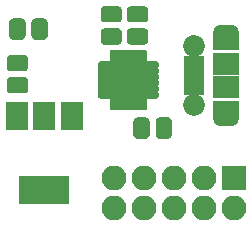
<source format=gbr>
%TF.GenerationSoftware,KiCad,Pcbnew,(5.0.0)*%
%TF.CreationDate,2019-02-19T13:30:11-06:00*%
%TF.ProjectId,USBBreakout,555342427265616B6F75742E6B696361,rev?*%
%TF.SameCoordinates,Original*%
%TF.FileFunction,Soldermask,Top*%
%TF.FilePolarity,Negative*%
%FSLAX46Y46*%
G04 Gerber Fmt 4.6, Leading zero omitted, Abs format (unit mm)*
G04 Created by KiCad (PCBNEW (5.0.0)) date 02/19/19 13:30:11*
%MOMM*%
%LPD*%
G01*
G04 APERTURE LIST*
%ADD10R,2.100000X2.100000*%
%ADD11O,2.100000X2.100000*%
%ADD12R,2.300000X1.900000*%
%ADD13C,1.850000*%
%ADD14R,1.750000X0.800000*%
%ADD15O,2.300000X1.600000*%
%ADD16R,2.300000X1.600000*%
%ADD17C,0.100000*%
%ADD18C,1.375000*%
%ADD19C,3.000000*%
%ADD20C,0.650000*%
%ADD21R,4.200000X2.400000*%
%ADD22R,1.900000X2.400000*%
G04 APERTURE END LIST*
D10*
X160528000Y-95821500D03*
D11*
X160528000Y-98361500D03*
X157988000Y-95821500D03*
X157988000Y-98361500D03*
X155448000Y-95821500D03*
X155448000Y-98361500D03*
X152908000Y-95821500D03*
X152908000Y-98361500D03*
X150368000Y-95821500D03*
X150368000Y-98361500D03*
D12*
X159797000Y-86122000D03*
D13*
X157097000Y-89622000D03*
D14*
X157097000Y-87772000D03*
X157097000Y-88422000D03*
X157097000Y-85822000D03*
X157097000Y-86472000D03*
X157097000Y-87122000D03*
D13*
X157097000Y-84622000D03*
D12*
X159797000Y-88122000D03*
D15*
X159797000Y-90622000D03*
X159797000Y-83622000D03*
D16*
X159797000Y-84222000D03*
X159797000Y-90022000D03*
D17*
G36*
X154936443Y-90668655D02*
X154969812Y-90673605D01*
X155002535Y-90681802D01*
X155034297Y-90693166D01*
X155064793Y-90707590D01*
X155093727Y-90724932D01*
X155120823Y-90745028D01*
X155145818Y-90767682D01*
X155168472Y-90792677D01*
X155188568Y-90819773D01*
X155205910Y-90848707D01*
X155220334Y-90879203D01*
X155231698Y-90910965D01*
X155239895Y-90943688D01*
X155244845Y-90977057D01*
X155246500Y-91010750D01*
X155246500Y-92123250D01*
X155244845Y-92156943D01*
X155239895Y-92190312D01*
X155231698Y-92223035D01*
X155220334Y-92254797D01*
X155205910Y-92285293D01*
X155188568Y-92314227D01*
X155168472Y-92341323D01*
X155145818Y-92366318D01*
X155120823Y-92388972D01*
X155093727Y-92409068D01*
X155064793Y-92426410D01*
X155034297Y-92440834D01*
X155002535Y-92452198D01*
X154969812Y-92460395D01*
X154936443Y-92465345D01*
X154902750Y-92467000D01*
X154215250Y-92467000D01*
X154181557Y-92465345D01*
X154148188Y-92460395D01*
X154115465Y-92452198D01*
X154083703Y-92440834D01*
X154053207Y-92426410D01*
X154024273Y-92409068D01*
X153997177Y-92388972D01*
X153972182Y-92366318D01*
X153949528Y-92341323D01*
X153929432Y-92314227D01*
X153912090Y-92285293D01*
X153897666Y-92254797D01*
X153886302Y-92223035D01*
X153878105Y-92190312D01*
X153873155Y-92156943D01*
X153871500Y-92123250D01*
X153871500Y-91010750D01*
X153873155Y-90977057D01*
X153878105Y-90943688D01*
X153886302Y-90910965D01*
X153897666Y-90879203D01*
X153912090Y-90848707D01*
X153929432Y-90819773D01*
X153949528Y-90792677D01*
X153972182Y-90767682D01*
X153997177Y-90745028D01*
X154024273Y-90724932D01*
X154053207Y-90707590D01*
X154083703Y-90693166D01*
X154115465Y-90681802D01*
X154148188Y-90673605D01*
X154181557Y-90668655D01*
X154215250Y-90667000D01*
X154902750Y-90667000D01*
X154936443Y-90668655D01*
X154936443Y-90668655D01*
G37*
D18*
X154559000Y-91567000D03*
D17*
G36*
X153061443Y-90668655D02*
X153094812Y-90673605D01*
X153127535Y-90681802D01*
X153159297Y-90693166D01*
X153189793Y-90707590D01*
X153218727Y-90724932D01*
X153245823Y-90745028D01*
X153270818Y-90767682D01*
X153293472Y-90792677D01*
X153313568Y-90819773D01*
X153330910Y-90848707D01*
X153345334Y-90879203D01*
X153356698Y-90910965D01*
X153364895Y-90943688D01*
X153369845Y-90977057D01*
X153371500Y-91010750D01*
X153371500Y-92123250D01*
X153369845Y-92156943D01*
X153364895Y-92190312D01*
X153356698Y-92223035D01*
X153345334Y-92254797D01*
X153330910Y-92285293D01*
X153313568Y-92314227D01*
X153293472Y-92341323D01*
X153270818Y-92366318D01*
X153245823Y-92388972D01*
X153218727Y-92409068D01*
X153189793Y-92426410D01*
X153159297Y-92440834D01*
X153127535Y-92452198D01*
X153094812Y-92460395D01*
X153061443Y-92465345D01*
X153027750Y-92467000D01*
X152340250Y-92467000D01*
X152306557Y-92465345D01*
X152273188Y-92460395D01*
X152240465Y-92452198D01*
X152208703Y-92440834D01*
X152178207Y-92426410D01*
X152149273Y-92409068D01*
X152122177Y-92388972D01*
X152097182Y-92366318D01*
X152074528Y-92341323D01*
X152054432Y-92314227D01*
X152037090Y-92285293D01*
X152022666Y-92254797D01*
X152011302Y-92223035D01*
X152003105Y-92190312D01*
X151998155Y-92156943D01*
X151996500Y-92123250D01*
X151996500Y-91010750D01*
X151998155Y-90977057D01*
X152003105Y-90943688D01*
X152011302Y-90910965D01*
X152022666Y-90879203D01*
X152037090Y-90848707D01*
X152054432Y-90819773D01*
X152074528Y-90792677D01*
X152097182Y-90767682D01*
X152122177Y-90745028D01*
X152149273Y-90724932D01*
X152178207Y-90707590D01*
X152208703Y-90693166D01*
X152240465Y-90681802D01*
X152273188Y-90673605D01*
X152306557Y-90668655D01*
X152340250Y-90667000D01*
X153027750Y-90667000D01*
X153061443Y-90668655D01*
X153061443Y-90668655D01*
G37*
D18*
X152684000Y-91567000D03*
D17*
G36*
X152926443Y-83134155D02*
X152959812Y-83139105D01*
X152992535Y-83147302D01*
X153024297Y-83158666D01*
X153054793Y-83173090D01*
X153083727Y-83190432D01*
X153110823Y-83210528D01*
X153135818Y-83233182D01*
X153158472Y-83258177D01*
X153178568Y-83285273D01*
X153195910Y-83314207D01*
X153210334Y-83344703D01*
X153221698Y-83376465D01*
X153229895Y-83409188D01*
X153234845Y-83442557D01*
X153236500Y-83476250D01*
X153236500Y-84163750D01*
X153234845Y-84197443D01*
X153229895Y-84230812D01*
X153221698Y-84263535D01*
X153210334Y-84295297D01*
X153195910Y-84325793D01*
X153178568Y-84354727D01*
X153158472Y-84381823D01*
X153135818Y-84406818D01*
X153110823Y-84429472D01*
X153083727Y-84449568D01*
X153054793Y-84466910D01*
X153024297Y-84481334D01*
X152992535Y-84492698D01*
X152959812Y-84500895D01*
X152926443Y-84505845D01*
X152892750Y-84507500D01*
X151780250Y-84507500D01*
X151746557Y-84505845D01*
X151713188Y-84500895D01*
X151680465Y-84492698D01*
X151648703Y-84481334D01*
X151618207Y-84466910D01*
X151589273Y-84449568D01*
X151562177Y-84429472D01*
X151537182Y-84406818D01*
X151514528Y-84381823D01*
X151494432Y-84354727D01*
X151477090Y-84325793D01*
X151462666Y-84295297D01*
X151451302Y-84263535D01*
X151443105Y-84230812D01*
X151438155Y-84197443D01*
X151436500Y-84163750D01*
X151436500Y-83476250D01*
X151438155Y-83442557D01*
X151443105Y-83409188D01*
X151451302Y-83376465D01*
X151462666Y-83344703D01*
X151477090Y-83314207D01*
X151494432Y-83285273D01*
X151514528Y-83258177D01*
X151537182Y-83233182D01*
X151562177Y-83210528D01*
X151589273Y-83190432D01*
X151618207Y-83173090D01*
X151648703Y-83158666D01*
X151680465Y-83147302D01*
X151713188Y-83139105D01*
X151746557Y-83134155D01*
X151780250Y-83132500D01*
X152892750Y-83132500D01*
X152926443Y-83134155D01*
X152926443Y-83134155D01*
G37*
D18*
X152336500Y-83820000D03*
D17*
G36*
X152926443Y-81259155D02*
X152959812Y-81264105D01*
X152992535Y-81272302D01*
X153024297Y-81283666D01*
X153054793Y-81298090D01*
X153083727Y-81315432D01*
X153110823Y-81335528D01*
X153135818Y-81358182D01*
X153158472Y-81383177D01*
X153178568Y-81410273D01*
X153195910Y-81439207D01*
X153210334Y-81469703D01*
X153221698Y-81501465D01*
X153229895Y-81534188D01*
X153234845Y-81567557D01*
X153236500Y-81601250D01*
X153236500Y-82288750D01*
X153234845Y-82322443D01*
X153229895Y-82355812D01*
X153221698Y-82388535D01*
X153210334Y-82420297D01*
X153195910Y-82450793D01*
X153178568Y-82479727D01*
X153158472Y-82506823D01*
X153135818Y-82531818D01*
X153110823Y-82554472D01*
X153083727Y-82574568D01*
X153054793Y-82591910D01*
X153024297Y-82606334D01*
X152992535Y-82617698D01*
X152959812Y-82625895D01*
X152926443Y-82630845D01*
X152892750Y-82632500D01*
X151780250Y-82632500D01*
X151746557Y-82630845D01*
X151713188Y-82625895D01*
X151680465Y-82617698D01*
X151648703Y-82606334D01*
X151618207Y-82591910D01*
X151589273Y-82574568D01*
X151562177Y-82554472D01*
X151537182Y-82531818D01*
X151514528Y-82506823D01*
X151494432Y-82479727D01*
X151477090Y-82450793D01*
X151462666Y-82420297D01*
X151451302Y-82388535D01*
X151443105Y-82355812D01*
X151438155Y-82322443D01*
X151436500Y-82288750D01*
X151436500Y-81601250D01*
X151438155Y-81567557D01*
X151443105Y-81534188D01*
X151451302Y-81501465D01*
X151462666Y-81469703D01*
X151477090Y-81439207D01*
X151494432Y-81410273D01*
X151514528Y-81383177D01*
X151537182Y-81358182D01*
X151562177Y-81335528D01*
X151589273Y-81315432D01*
X151618207Y-81298090D01*
X151648703Y-81283666D01*
X151680465Y-81272302D01*
X151713188Y-81264105D01*
X151746557Y-81259155D01*
X151780250Y-81257500D01*
X152892750Y-81257500D01*
X152926443Y-81259155D01*
X152926443Y-81259155D01*
G37*
D18*
X152336500Y-81945000D03*
D17*
G36*
X150703943Y-81259155D02*
X150737312Y-81264105D01*
X150770035Y-81272302D01*
X150801797Y-81283666D01*
X150832293Y-81298090D01*
X150861227Y-81315432D01*
X150888323Y-81335528D01*
X150913318Y-81358182D01*
X150935972Y-81383177D01*
X150956068Y-81410273D01*
X150973410Y-81439207D01*
X150987834Y-81469703D01*
X150999198Y-81501465D01*
X151007395Y-81534188D01*
X151012345Y-81567557D01*
X151014000Y-81601250D01*
X151014000Y-82288750D01*
X151012345Y-82322443D01*
X151007395Y-82355812D01*
X150999198Y-82388535D01*
X150987834Y-82420297D01*
X150973410Y-82450793D01*
X150956068Y-82479727D01*
X150935972Y-82506823D01*
X150913318Y-82531818D01*
X150888323Y-82554472D01*
X150861227Y-82574568D01*
X150832293Y-82591910D01*
X150801797Y-82606334D01*
X150770035Y-82617698D01*
X150737312Y-82625895D01*
X150703943Y-82630845D01*
X150670250Y-82632500D01*
X149557750Y-82632500D01*
X149524057Y-82630845D01*
X149490688Y-82625895D01*
X149457965Y-82617698D01*
X149426203Y-82606334D01*
X149395707Y-82591910D01*
X149366773Y-82574568D01*
X149339677Y-82554472D01*
X149314682Y-82531818D01*
X149292028Y-82506823D01*
X149271932Y-82479727D01*
X149254590Y-82450793D01*
X149240166Y-82420297D01*
X149228802Y-82388535D01*
X149220605Y-82355812D01*
X149215655Y-82322443D01*
X149214000Y-82288750D01*
X149214000Y-81601250D01*
X149215655Y-81567557D01*
X149220605Y-81534188D01*
X149228802Y-81501465D01*
X149240166Y-81469703D01*
X149254590Y-81439207D01*
X149271932Y-81410273D01*
X149292028Y-81383177D01*
X149314682Y-81358182D01*
X149339677Y-81335528D01*
X149366773Y-81315432D01*
X149395707Y-81298090D01*
X149426203Y-81283666D01*
X149457965Y-81272302D01*
X149490688Y-81264105D01*
X149524057Y-81259155D01*
X149557750Y-81257500D01*
X150670250Y-81257500D01*
X150703943Y-81259155D01*
X150703943Y-81259155D01*
G37*
D18*
X150114000Y-81945000D03*
D17*
G36*
X150703943Y-83134155D02*
X150737312Y-83139105D01*
X150770035Y-83147302D01*
X150801797Y-83158666D01*
X150832293Y-83173090D01*
X150861227Y-83190432D01*
X150888323Y-83210528D01*
X150913318Y-83233182D01*
X150935972Y-83258177D01*
X150956068Y-83285273D01*
X150973410Y-83314207D01*
X150987834Y-83344703D01*
X150999198Y-83376465D01*
X151007395Y-83409188D01*
X151012345Y-83442557D01*
X151014000Y-83476250D01*
X151014000Y-84163750D01*
X151012345Y-84197443D01*
X151007395Y-84230812D01*
X150999198Y-84263535D01*
X150987834Y-84295297D01*
X150973410Y-84325793D01*
X150956068Y-84354727D01*
X150935972Y-84381823D01*
X150913318Y-84406818D01*
X150888323Y-84429472D01*
X150861227Y-84449568D01*
X150832293Y-84466910D01*
X150801797Y-84481334D01*
X150770035Y-84492698D01*
X150737312Y-84500895D01*
X150703943Y-84505845D01*
X150670250Y-84507500D01*
X149557750Y-84507500D01*
X149524057Y-84505845D01*
X149490688Y-84500895D01*
X149457965Y-84492698D01*
X149426203Y-84481334D01*
X149395707Y-84466910D01*
X149366773Y-84449568D01*
X149339677Y-84429472D01*
X149314682Y-84406818D01*
X149292028Y-84381823D01*
X149271932Y-84354727D01*
X149254590Y-84325793D01*
X149240166Y-84295297D01*
X149228802Y-84263535D01*
X149220605Y-84230812D01*
X149215655Y-84197443D01*
X149214000Y-84163750D01*
X149214000Y-83476250D01*
X149215655Y-83442557D01*
X149220605Y-83409188D01*
X149228802Y-83376465D01*
X149240166Y-83344703D01*
X149254590Y-83314207D01*
X149271932Y-83285273D01*
X149292028Y-83258177D01*
X149314682Y-83233182D01*
X149339677Y-83210528D01*
X149366773Y-83190432D01*
X149395707Y-83173090D01*
X149426203Y-83158666D01*
X149457965Y-83147302D01*
X149490688Y-83139105D01*
X149524057Y-83134155D01*
X149557750Y-83132500D01*
X150670250Y-83132500D01*
X150703943Y-83134155D01*
X150703943Y-83134155D01*
G37*
D18*
X150114000Y-83820000D03*
D17*
G36*
X152814312Y-86004389D02*
X152842314Y-86008543D01*
X152869774Y-86015421D01*
X152896428Y-86024958D01*
X152922018Y-86037061D01*
X152946299Y-86051615D01*
X152969036Y-86068478D01*
X152990011Y-86087489D01*
X153009022Y-86108464D01*
X153025885Y-86131201D01*
X153040439Y-86155482D01*
X153052542Y-86181072D01*
X153062079Y-86207726D01*
X153068957Y-86235186D01*
X153073111Y-86263188D01*
X153074500Y-86291462D01*
X153074500Y-88714538D01*
X153073111Y-88742812D01*
X153068957Y-88770814D01*
X153062079Y-88798274D01*
X153052542Y-88824928D01*
X153040439Y-88850518D01*
X153025885Y-88874799D01*
X153009022Y-88897536D01*
X152990011Y-88918511D01*
X152969036Y-88937522D01*
X152946299Y-88954385D01*
X152922018Y-88968939D01*
X152896428Y-88981042D01*
X152869774Y-88990579D01*
X152842314Y-88997457D01*
X152814312Y-89001611D01*
X152786038Y-89003000D01*
X150362962Y-89003000D01*
X150334688Y-89001611D01*
X150306686Y-88997457D01*
X150279226Y-88990579D01*
X150252572Y-88981042D01*
X150226982Y-88968939D01*
X150202701Y-88954385D01*
X150179964Y-88937522D01*
X150158989Y-88918511D01*
X150139978Y-88897536D01*
X150123115Y-88874799D01*
X150108561Y-88850518D01*
X150096458Y-88824928D01*
X150086921Y-88798274D01*
X150080043Y-88770814D01*
X150075889Y-88742812D01*
X150074500Y-88714538D01*
X150074500Y-86291462D01*
X150075889Y-86263188D01*
X150080043Y-86235186D01*
X150086921Y-86207726D01*
X150096458Y-86181072D01*
X150108561Y-86155482D01*
X150123115Y-86131201D01*
X150139978Y-86108464D01*
X150158989Y-86087489D01*
X150179964Y-86068478D01*
X150202701Y-86051615D01*
X150226982Y-86037061D01*
X150252572Y-86024958D01*
X150279226Y-86015421D01*
X150306686Y-86008543D01*
X150334688Y-86004389D01*
X150362962Y-86003000D01*
X152786038Y-86003000D01*
X152814312Y-86004389D01*
X152814312Y-86004389D01*
G37*
D19*
X151574500Y-87503000D03*
D17*
G36*
X153977928Y-88428782D02*
X153993702Y-88431122D01*
X154009171Y-88434997D01*
X154024186Y-88440370D01*
X154038602Y-88447188D01*
X154052280Y-88455386D01*
X154065089Y-88464886D01*
X154076905Y-88475595D01*
X154087614Y-88487411D01*
X154097114Y-88500220D01*
X154105312Y-88513898D01*
X154112130Y-88528314D01*
X154117503Y-88543329D01*
X154121378Y-88558798D01*
X154123718Y-88574572D01*
X154124500Y-88590500D01*
X154124500Y-88915500D01*
X154123718Y-88931428D01*
X154121378Y-88947202D01*
X154117503Y-88962671D01*
X154112130Y-88977686D01*
X154105312Y-88992102D01*
X154097114Y-89005780D01*
X154087614Y-89018589D01*
X154076905Y-89030405D01*
X154065089Y-89041114D01*
X154052280Y-89050614D01*
X154038602Y-89058812D01*
X154024186Y-89065630D01*
X154009171Y-89071003D01*
X153993702Y-89074878D01*
X153977928Y-89077218D01*
X153962000Y-89078000D01*
X153062000Y-89078000D01*
X153046072Y-89077218D01*
X153030298Y-89074878D01*
X153014829Y-89071003D01*
X152999814Y-89065630D01*
X152985398Y-89058812D01*
X152971720Y-89050614D01*
X152958911Y-89041114D01*
X152947095Y-89030405D01*
X152936386Y-89018589D01*
X152926886Y-89005780D01*
X152918688Y-88992102D01*
X152911870Y-88977686D01*
X152906497Y-88962671D01*
X152902622Y-88947202D01*
X152900282Y-88931428D01*
X152899500Y-88915500D01*
X152899500Y-88590500D01*
X152900282Y-88574572D01*
X152902622Y-88558798D01*
X152906497Y-88543329D01*
X152911870Y-88528314D01*
X152918688Y-88513898D01*
X152926886Y-88500220D01*
X152936386Y-88487411D01*
X152947095Y-88475595D01*
X152958911Y-88464886D01*
X152971720Y-88455386D01*
X152985398Y-88447188D01*
X152999814Y-88440370D01*
X153014829Y-88434997D01*
X153030298Y-88431122D01*
X153046072Y-88428782D01*
X153062000Y-88428000D01*
X153962000Y-88428000D01*
X153977928Y-88428782D01*
X153977928Y-88428782D01*
G37*
D20*
X153512000Y-88753000D03*
D17*
G36*
X153977928Y-87928782D02*
X153993702Y-87931122D01*
X154009171Y-87934997D01*
X154024186Y-87940370D01*
X154038602Y-87947188D01*
X154052280Y-87955386D01*
X154065089Y-87964886D01*
X154076905Y-87975595D01*
X154087614Y-87987411D01*
X154097114Y-88000220D01*
X154105312Y-88013898D01*
X154112130Y-88028314D01*
X154117503Y-88043329D01*
X154121378Y-88058798D01*
X154123718Y-88074572D01*
X154124500Y-88090500D01*
X154124500Y-88415500D01*
X154123718Y-88431428D01*
X154121378Y-88447202D01*
X154117503Y-88462671D01*
X154112130Y-88477686D01*
X154105312Y-88492102D01*
X154097114Y-88505780D01*
X154087614Y-88518589D01*
X154076905Y-88530405D01*
X154065089Y-88541114D01*
X154052280Y-88550614D01*
X154038602Y-88558812D01*
X154024186Y-88565630D01*
X154009171Y-88571003D01*
X153993702Y-88574878D01*
X153977928Y-88577218D01*
X153962000Y-88578000D01*
X153062000Y-88578000D01*
X153046072Y-88577218D01*
X153030298Y-88574878D01*
X153014829Y-88571003D01*
X152999814Y-88565630D01*
X152985398Y-88558812D01*
X152971720Y-88550614D01*
X152958911Y-88541114D01*
X152947095Y-88530405D01*
X152936386Y-88518589D01*
X152926886Y-88505780D01*
X152918688Y-88492102D01*
X152911870Y-88477686D01*
X152906497Y-88462671D01*
X152902622Y-88447202D01*
X152900282Y-88431428D01*
X152899500Y-88415500D01*
X152899500Y-88090500D01*
X152900282Y-88074572D01*
X152902622Y-88058798D01*
X152906497Y-88043329D01*
X152911870Y-88028314D01*
X152918688Y-88013898D01*
X152926886Y-88000220D01*
X152936386Y-87987411D01*
X152947095Y-87975595D01*
X152958911Y-87964886D01*
X152971720Y-87955386D01*
X152985398Y-87947188D01*
X152999814Y-87940370D01*
X153014829Y-87934997D01*
X153030298Y-87931122D01*
X153046072Y-87928782D01*
X153062000Y-87928000D01*
X153962000Y-87928000D01*
X153977928Y-87928782D01*
X153977928Y-87928782D01*
G37*
D20*
X153512000Y-88253000D03*
D17*
G36*
X153977928Y-87428782D02*
X153993702Y-87431122D01*
X154009171Y-87434997D01*
X154024186Y-87440370D01*
X154038602Y-87447188D01*
X154052280Y-87455386D01*
X154065089Y-87464886D01*
X154076905Y-87475595D01*
X154087614Y-87487411D01*
X154097114Y-87500220D01*
X154105312Y-87513898D01*
X154112130Y-87528314D01*
X154117503Y-87543329D01*
X154121378Y-87558798D01*
X154123718Y-87574572D01*
X154124500Y-87590500D01*
X154124500Y-87915500D01*
X154123718Y-87931428D01*
X154121378Y-87947202D01*
X154117503Y-87962671D01*
X154112130Y-87977686D01*
X154105312Y-87992102D01*
X154097114Y-88005780D01*
X154087614Y-88018589D01*
X154076905Y-88030405D01*
X154065089Y-88041114D01*
X154052280Y-88050614D01*
X154038602Y-88058812D01*
X154024186Y-88065630D01*
X154009171Y-88071003D01*
X153993702Y-88074878D01*
X153977928Y-88077218D01*
X153962000Y-88078000D01*
X153062000Y-88078000D01*
X153046072Y-88077218D01*
X153030298Y-88074878D01*
X153014829Y-88071003D01*
X152999814Y-88065630D01*
X152985398Y-88058812D01*
X152971720Y-88050614D01*
X152958911Y-88041114D01*
X152947095Y-88030405D01*
X152936386Y-88018589D01*
X152926886Y-88005780D01*
X152918688Y-87992102D01*
X152911870Y-87977686D01*
X152906497Y-87962671D01*
X152902622Y-87947202D01*
X152900282Y-87931428D01*
X152899500Y-87915500D01*
X152899500Y-87590500D01*
X152900282Y-87574572D01*
X152902622Y-87558798D01*
X152906497Y-87543329D01*
X152911870Y-87528314D01*
X152918688Y-87513898D01*
X152926886Y-87500220D01*
X152936386Y-87487411D01*
X152947095Y-87475595D01*
X152958911Y-87464886D01*
X152971720Y-87455386D01*
X152985398Y-87447188D01*
X152999814Y-87440370D01*
X153014829Y-87434997D01*
X153030298Y-87431122D01*
X153046072Y-87428782D01*
X153062000Y-87428000D01*
X153962000Y-87428000D01*
X153977928Y-87428782D01*
X153977928Y-87428782D01*
G37*
D20*
X153512000Y-87753000D03*
D17*
G36*
X153977928Y-86928782D02*
X153993702Y-86931122D01*
X154009171Y-86934997D01*
X154024186Y-86940370D01*
X154038602Y-86947188D01*
X154052280Y-86955386D01*
X154065089Y-86964886D01*
X154076905Y-86975595D01*
X154087614Y-86987411D01*
X154097114Y-87000220D01*
X154105312Y-87013898D01*
X154112130Y-87028314D01*
X154117503Y-87043329D01*
X154121378Y-87058798D01*
X154123718Y-87074572D01*
X154124500Y-87090500D01*
X154124500Y-87415500D01*
X154123718Y-87431428D01*
X154121378Y-87447202D01*
X154117503Y-87462671D01*
X154112130Y-87477686D01*
X154105312Y-87492102D01*
X154097114Y-87505780D01*
X154087614Y-87518589D01*
X154076905Y-87530405D01*
X154065089Y-87541114D01*
X154052280Y-87550614D01*
X154038602Y-87558812D01*
X154024186Y-87565630D01*
X154009171Y-87571003D01*
X153993702Y-87574878D01*
X153977928Y-87577218D01*
X153962000Y-87578000D01*
X153062000Y-87578000D01*
X153046072Y-87577218D01*
X153030298Y-87574878D01*
X153014829Y-87571003D01*
X152999814Y-87565630D01*
X152985398Y-87558812D01*
X152971720Y-87550614D01*
X152958911Y-87541114D01*
X152947095Y-87530405D01*
X152936386Y-87518589D01*
X152926886Y-87505780D01*
X152918688Y-87492102D01*
X152911870Y-87477686D01*
X152906497Y-87462671D01*
X152902622Y-87447202D01*
X152900282Y-87431428D01*
X152899500Y-87415500D01*
X152899500Y-87090500D01*
X152900282Y-87074572D01*
X152902622Y-87058798D01*
X152906497Y-87043329D01*
X152911870Y-87028314D01*
X152918688Y-87013898D01*
X152926886Y-87000220D01*
X152936386Y-86987411D01*
X152947095Y-86975595D01*
X152958911Y-86964886D01*
X152971720Y-86955386D01*
X152985398Y-86947188D01*
X152999814Y-86940370D01*
X153014829Y-86934997D01*
X153030298Y-86931122D01*
X153046072Y-86928782D01*
X153062000Y-86928000D01*
X153962000Y-86928000D01*
X153977928Y-86928782D01*
X153977928Y-86928782D01*
G37*
D20*
X153512000Y-87253000D03*
D17*
G36*
X153977928Y-86428782D02*
X153993702Y-86431122D01*
X154009171Y-86434997D01*
X154024186Y-86440370D01*
X154038602Y-86447188D01*
X154052280Y-86455386D01*
X154065089Y-86464886D01*
X154076905Y-86475595D01*
X154087614Y-86487411D01*
X154097114Y-86500220D01*
X154105312Y-86513898D01*
X154112130Y-86528314D01*
X154117503Y-86543329D01*
X154121378Y-86558798D01*
X154123718Y-86574572D01*
X154124500Y-86590500D01*
X154124500Y-86915500D01*
X154123718Y-86931428D01*
X154121378Y-86947202D01*
X154117503Y-86962671D01*
X154112130Y-86977686D01*
X154105312Y-86992102D01*
X154097114Y-87005780D01*
X154087614Y-87018589D01*
X154076905Y-87030405D01*
X154065089Y-87041114D01*
X154052280Y-87050614D01*
X154038602Y-87058812D01*
X154024186Y-87065630D01*
X154009171Y-87071003D01*
X153993702Y-87074878D01*
X153977928Y-87077218D01*
X153962000Y-87078000D01*
X153062000Y-87078000D01*
X153046072Y-87077218D01*
X153030298Y-87074878D01*
X153014829Y-87071003D01*
X152999814Y-87065630D01*
X152985398Y-87058812D01*
X152971720Y-87050614D01*
X152958911Y-87041114D01*
X152947095Y-87030405D01*
X152936386Y-87018589D01*
X152926886Y-87005780D01*
X152918688Y-86992102D01*
X152911870Y-86977686D01*
X152906497Y-86962671D01*
X152902622Y-86947202D01*
X152900282Y-86931428D01*
X152899500Y-86915500D01*
X152899500Y-86590500D01*
X152900282Y-86574572D01*
X152902622Y-86558798D01*
X152906497Y-86543329D01*
X152911870Y-86528314D01*
X152918688Y-86513898D01*
X152926886Y-86500220D01*
X152936386Y-86487411D01*
X152947095Y-86475595D01*
X152958911Y-86464886D01*
X152971720Y-86455386D01*
X152985398Y-86447188D01*
X152999814Y-86440370D01*
X153014829Y-86434997D01*
X153030298Y-86431122D01*
X153046072Y-86428782D01*
X153062000Y-86428000D01*
X153962000Y-86428000D01*
X153977928Y-86428782D01*
X153977928Y-86428782D01*
G37*
D20*
X153512000Y-86753000D03*
D17*
G36*
X153977928Y-85928782D02*
X153993702Y-85931122D01*
X154009171Y-85934997D01*
X154024186Y-85940370D01*
X154038602Y-85947188D01*
X154052280Y-85955386D01*
X154065089Y-85964886D01*
X154076905Y-85975595D01*
X154087614Y-85987411D01*
X154097114Y-86000220D01*
X154105312Y-86013898D01*
X154112130Y-86028314D01*
X154117503Y-86043329D01*
X154121378Y-86058798D01*
X154123718Y-86074572D01*
X154124500Y-86090500D01*
X154124500Y-86415500D01*
X154123718Y-86431428D01*
X154121378Y-86447202D01*
X154117503Y-86462671D01*
X154112130Y-86477686D01*
X154105312Y-86492102D01*
X154097114Y-86505780D01*
X154087614Y-86518589D01*
X154076905Y-86530405D01*
X154065089Y-86541114D01*
X154052280Y-86550614D01*
X154038602Y-86558812D01*
X154024186Y-86565630D01*
X154009171Y-86571003D01*
X153993702Y-86574878D01*
X153977928Y-86577218D01*
X153962000Y-86578000D01*
X153062000Y-86578000D01*
X153046072Y-86577218D01*
X153030298Y-86574878D01*
X153014829Y-86571003D01*
X152999814Y-86565630D01*
X152985398Y-86558812D01*
X152971720Y-86550614D01*
X152958911Y-86541114D01*
X152947095Y-86530405D01*
X152936386Y-86518589D01*
X152926886Y-86505780D01*
X152918688Y-86492102D01*
X152911870Y-86477686D01*
X152906497Y-86462671D01*
X152902622Y-86447202D01*
X152900282Y-86431428D01*
X152899500Y-86415500D01*
X152899500Y-86090500D01*
X152900282Y-86074572D01*
X152902622Y-86058798D01*
X152906497Y-86043329D01*
X152911870Y-86028314D01*
X152918688Y-86013898D01*
X152926886Y-86000220D01*
X152936386Y-85987411D01*
X152947095Y-85975595D01*
X152958911Y-85964886D01*
X152971720Y-85955386D01*
X152985398Y-85947188D01*
X152999814Y-85940370D01*
X153014829Y-85934997D01*
X153030298Y-85931122D01*
X153046072Y-85928782D01*
X153062000Y-85928000D01*
X153962000Y-85928000D01*
X153977928Y-85928782D01*
X153977928Y-85928782D01*
G37*
D20*
X153512000Y-86253000D03*
D17*
G36*
X153002928Y-84953782D02*
X153018702Y-84956122D01*
X153034171Y-84959997D01*
X153049186Y-84965370D01*
X153063602Y-84972188D01*
X153077280Y-84980386D01*
X153090089Y-84989886D01*
X153101905Y-85000595D01*
X153112614Y-85012411D01*
X153122114Y-85025220D01*
X153130312Y-85038898D01*
X153137130Y-85053314D01*
X153142503Y-85068329D01*
X153146378Y-85083798D01*
X153148718Y-85099572D01*
X153149500Y-85115500D01*
X153149500Y-86015500D01*
X153148718Y-86031428D01*
X153146378Y-86047202D01*
X153142503Y-86062671D01*
X153137130Y-86077686D01*
X153130312Y-86092102D01*
X153122114Y-86105780D01*
X153112614Y-86118589D01*
X153101905Y-86130405D01*
X153090089Y-86141114D01*
X153077280Y-86150614D01*
X153063602Y-86158812D01*
X153049186Y-86165630D01*
X153034171Y-86171003D01*
X153018702Y-86174878D01*
X153002928Y-86177218D01*
X152987000Y-86178000D01*
X152662000Y-86178000D01*
X152646072Y-86177218D01*
X152630298Y-86174878D01*
X152614829Y-86171003D01*
X152599814Y-86165630D01*
X152585398Y-86158812D01*
X152571720Y-86150614D01*
X152558911Y-86141114D01*
X152547095Y-86130405D01*
X152536386Y-86118589D01*
X152526886Y-86105780D01*
X152518688Y-86092102D01*
X152511870Y-86077686D01*
X152506497Y-86062671D01*
X152502622Y-86047202D01*
X152500282Y-86031428D01*
X152499500Y-86015500D01*
X152499500Y-85115500D01*
X152500282Y-85099572D01*
X152502622Y-85083798D01*
X152506497Y-85068329D01*
X152511870Y-85053314D01*
X152518688Y-85038898D01*
X152526886Y-85025220D01*
X152536386Y-85012411D01*
X152547095Y-85000595D01*
X152558911Y-84989886D01*
X152571720Y-84980386D01*
X152585398Y-84972188D01*
X152599814Y-84965370D01*
X152614829Y-84959997D01*
X152630298Y-84956122D01*
X152646072Y-84953782D01*
X152662000Y-84953000D01*
X152987000Y-84953000D01*
X153002928Y-84953782D01*
X153002928Y-84953782D01*
G37*
D20*
X152824500Y-85565500D03*
D17*
G36*
X152502928Y-84953782D02*
X152518702Y-84956122D01*
X152534171Y-84959997D01*
X152549186Y-84965370D01*
X152563602Y-84972188D01*
X152577280Y-84980386D01*
X152590089Y-84989886D01*
X152601905Y-85000595D01*
X152612614Y-85012411D01*
X152622114Y-85025220D01*
X152630312Y-85038898D01*
X152637130Y-85053314D01*
X152642503Y-85068329D01*
X152646378Y-85083798D01*
X152648718Y-85099572D01*
X152649500Y-85115500D01*
X152649500Y-86015500D01*
X152648718Y-86031428D01*
X152646378Y-86047202D01*
X152642503Y-86062671D01*
X152637130Y-86077686D01*
X152630312Y-86092102D01*
X152622114Y-86105780D01*
X152612614Y-86118589D01*
X152601905Y-86130405D01*
X152590089Y-86141114D01*
X152577280Y-86150614D01*
X152563602Y-86158812D01*
X152549186Y-86165630D01*
X152534171Y-86171003D01*
X152518702Y-86174878D01*
X152502928Y-86177218D01*
X152487000Y-86178000D01*
X152162000Y-86178000D01*
X152146072Y-86177218D01*
X152130298Y-86174878D01*
X152114829Y-86171003D01*
X152099814Y-86165630D01*
X152085398Y-86158812D01*
X152071720Y-86150614D01*
X152058911Y-86141114D01*
X152047095Y-86130405D01*
X152036386Y-86118589D01*
X152026886Y-86105780D01*
X152018688Y-86092102D01*
X152011870Y-86077686D01*
X152006497Y-86062671D01*
X152002622Y-86047202D01*
X152000282Y-86031428D01*
X151999500Y-86015500D01*
X151999500Y-85115500D01*
X152000282Y-85099572D01*
X152002622Y-85083798D01*
X152006497Y-85068329D01*
X152011870Y-85053314D01*
X152018688Y-85038898D01*
X152026886Y-85025220D01*
X152036386Y-85012411D01*
X152047095Y-85000595D01*
X152058911Y-84989886D01*
X152071720Y-84980386D01*
X152085398Y-84972188D01*
X152099814Y-84965370D01*
X152114829Y-84959997D01*
X152130298Y-84956122D01*
X152146072Y-84953782D01*
X152162000Y-84953000D01*
X152487000Y-84953000D01*
X152502928Y-84953782D01*
X152502928Y-84953782D01*
G37*
D20*
X152324500Y-85565500D03*
D17*
G36*
X152002928Y-84953782D02*
X152018702Y-84956122D01*
X152034171Y-84959997D01*
X152049186Y-84965370D01*
X152063602Y-84972188D01*
X152077280Y-84980386D01*
X152090089Y-84989886D01*
X152101905Y-85000595D01*
X152112614Y-85012411D01*
X152122114Y-85025220D01*
X152130312Y-85038898D01*
X152137130Y-85053314D01*
X152142503Y-85068329D01*
X152146378Y-85083798D01*
X152148718Y-85099572D01*
X152149500Y-85115500D01*
X152149500Y-86015500D01*
X152148718Y-86031428D01*
X152146378Y-86047202D01*
X152142503Y-86062671D01*
X152137130Y-86077686D01*
X152130312Y-86092102D01*
X152122114Y-86105780D01*
X152112614Y-86118589D01*
X152101905Y-86130405D01*
X152090089Y-86141114D01*
X152077280Y-86150614D01*
X152063602Y-86158812D01*
X152049186Y-86165630D01*
X152034171Y-86171003D01*
X152018702Y-86174878D01*
X152002928Y-86177218D01*
X151987000Y-86178000D01*
X151662000Y-86178000D01*
X151646072Y-86177218D01*
X151630298Y-86174878D01*
X151614829Y-86171003D01*
X151599814Y-86165630D01*
X151585398Y-86158812D01*
X151571720Y-86150614D01*
X151558911Y-86141114D01*
X151547095Y-86130405D01*
X151536386Y-86118589D01*
X151526886Y-86105780D01*
X151518688Y-86092102D01*
X151511870Y-86077686D01*
X151506497Y-86062671D01*
X151502622Y-86047202D01*
X151500282Y-86031428D01*
X151499500Y-86015500D01*
X151499500Y-85115500D01*
X151500282Y-85099572D01*
X151502622Y-85083798D01*
X151506497Y-85068329D01*
X151511870Y-85053314D01*
X151518688Y-85038898D01*
X151526886Y-85025220D01*
X151536386Y-85012411D01*
X151547095Y-85000595D01*
X151558911Y-84989886D01*
X151571720Y-84980386D01*
X151585398Y-84972188D01*
X151599814Y-84965370D01*
X151614829Y-84959997D01*
X151630298Y-84956122D01*
X151646072Y-84953782D01*
X151662000Y-84953000D01*
X151987000Y-84953000D01*
X152002928Y-84953782D01*
X152002928Y-84953782D01*
G37*
D20*
X151824500Y-85565500D03*
D17*
G36*
X151502928Y-84953782D02*
X151518702Y-84956122D01*
X151534171Y-84959997D01*
X151549186Y-84965370D01*
X151563602Y-84972188D01*
X151577280Y-84980386D01*
X151590089Y-84989886D01*
X151601905Y-85000595D01*
X151612614Y-85012411D01*
X151622114Y-85025220D01*
X151630312Y-85038898D01*
X151637130Y-85053314D01*
X151642503Y-85068329D01*
X151646378Y-85083798D01*
X151648718Y-85099572D01*
X151649500Y-85115500D01*
X151649500Y-86015500D01*
X151648718Y-86031428D01*
X151646378Y-86047202D01*
X151642503Y-86062671D01*
X151637130Y-86077686D01*
X151630312Y-86092102D01*
X151622114Y-86105780D01*
X151612614Y-86118589D01*
X151601905Y-86130405D01*
X151590089Y-86141114D01*
X151577280Y-86150614D01*
X151563602Y-86158812D01*
X151549186Y-86165630D01*
X151534171Y-86171003D01*
X151518702Y-86174878D01*
X151502928Y-86177218D01*
X151487000Y-86178000D01*
X151162000Y-86178000D01*
X151146072Y-86177218D01*
X151130298Y-86174878D01*
X151114829Y-86171003D01*
X151099814Y-86165630D01*
X151085398Y-86158812D01*
X151071720Y-86150614D01*
X151058911Y-86141114D01*
X151047095Y-86130405D01*
X151036386Y-86118589D01*
X151026886Y-86105780D01*
X151018688Y-86092102D01*
X151011870Y-86077686D01*
X151006497Y-86062671D01*
X151002622Y-86047202D01*
X151000282Y-86031428D01*
X150999500Y-86015500D01*
X150999500Y-85115500D01*
X151000282Y-85099572D01*
X151002622Y-85083798D01*
X151006497Y-85068329D01*
X151011870Y-85053314D01*
X151018688Y-85038898D01*
X151026886Y-85025220D01*
X151036386Y-85012411D01*
X151047095Y-85000595D01*
X151058911Y-84989886D01*
X151071720Y-84980386D01*
X151085398Y-84972188D01*
X151099814Y-84965370D01*
X151114829Y-84959997D01*
X151130298Y-84956122D01*
X151146072Y-84953782D01*
X151162000Y-84953000D01*
X151487000Y-84953000D01*
X151502928Y-84953782D01*
X151502928Y-84953782D01*
G37*
D20*
X151324500Y-85565500D03*
D17*
G36*
X151002928Y-84953782D02*
X151018702Y-84956122D01*
X151034171Y-84959997D01*
X151049186Y-84965370D01*
X151063602Y-84972188D01*
X151077280Y-84980386D01*
X151090089Y-84989886D01*
X151101905Y-85000595D01*
X151112614Y-85012411D01*
X151122114Y-85025220D01*
X151130312Y-85038898D01*
X151137130Y-85053314D01*
X151142503Y-85068329D01*
X151146378Y-85083798D01*
X151148718Y-85099572D01*
X151149500Y-85115500D01*
X151149500Y-86015500D01*
X151148718Y-86031428D01*
X151146378Y-86047202D01*
X151142503Y-86062671D01*
X151137130Y-86077686D01*
X151130312Y-86092102D01*
X151122114Y-86105780D01*
X151112614Y-86118589D01*
X151101905Y-86130405D01*
X151090089Y-86141114D01*
X151077280Y-86150614D01*
X151063602Y-86158812D01*
X151049186Y-86165630D01*
X151034171Y-86171003D01*
X151018702Y-86174878D01*
X151002928Y-86177218D01*
X150987000Y-86178000D01*
X150662000Y-86178000D01*
X150646072Y-86177218D01*
X150630298Y-86174878D01*
X150614829Y-86171003D01*
X150599814Y-86165630D01*
X150585398Y-86158812D01*
X150571720Y-86150614D01*
X150558911Y-86141114D01*
X150547095Y-86130405D01*
X150536386Y-86118589D01*
X150526886Y-86105780D01*
X150518688Y-86092102D01*
X150511870Y-86077686D01*
X150506497Y-86062671D01*
X150502622Y-86047202D01*
X150500282Y-86031428D01*
X150499500Y-86015500D01*
X150499500Y-85115500D01*
X150500282Y-85099572D01*
X150502622Y-85083798D01*
X150506497Y-85068329D01*
X150511870Y-85053314D01*
X150518688Y-85038898D01*
X150526886Y-85025220D01*
X150536386Y-85012411D01*
X150547095Y-85000595D01*
X150558911Y-84989886D01*
X150571720Y-84980386D01*
X150585398Y-84972188D01*
X150599814Y-84965370D01*
X150614829Y-84959997D01*
X150630298Y-84956122D01*
X150646072Y-84953782D01*
X150662000Y-84953000D01*
X150987000Y-84953000D01*
X151002928Y-84953782D01*
X151002928Y-84953782D01*
G37*
D20*
X150824500Y-85565500D03*
D17*
G36*
X150502928Y-84953782D02*
X150518702Y-84956122D01*
X150534171Y-84959997D01*
X150549186Y-84965370D01*
X150563602Y-84972188D01*
X150577280Y-84980386D01*
X150590089Y-84989886D01*
X150601905Y-85000595D01*
X150612614Y-85012411D01*
X150622114Y-85025220D01*
X150630312Y-85038898D01*
X150637130Y-85053314D01*
X150642503Y-85068329D01*
X150646378Y-85083798D01*
X150648718Y-85099572D01*
X150649500Y-85115500D01*
X150649500Y-86015500D01*
X150648718Y-86031428D01*
X150646378Y-86047202D01*
X150642503Y-86062671D01*
X150637130Y-86077686D01*
X150630312Y-86092102D01*
X150622114Y-86105780D01*
X150612614Y-86118589D01*
X150601905Y-86130405D01*
X150590089Y-86141114D01*
X150577280Y-86150614D01*
X150563602Y-86158812D01*
X150549186Y-86165630D01*
X150534171Y-86171003D01*
X150518702Y-86174878D01*
X150502928Y-86177218D01*
X150487000Y-86178000D01*
X150162000Y-86178000D01*
X150146072Y-86177218D01*
X150130298Y-86174878D01*
X150114829Y-86171003D01*
X150099814Y-86165630D01*
X150085398Y-86158812D01*
X150071720Y-86150614D01*
X150058911Y-86141114D01*
X150047095Y-86130405D01*
X150036386Y-86118589D01*
X150026886Y-86105780D01*
X150018688Y-86092102D01*
X150011870Y-86077686D01*
X150006497Y-86062671D01*
X150002622Y-86047202D01*
X150000282Y-86031428D01*
X149999500Y-86015500D01*
X149999500Y-85115500D01*
X150000282Y-85099572D01*
X150002622Y-85083798D01*
X150006497Y-85068329D01*
X150011870Y-85053314D01*
X150018688Y-85038898D01*
X150026886Y-85025220D01*
X150036386Y-85012411D01*
X150047095Y-85000595D01*
X150058911Y-84989886D01*
X150071720Y-84980386D01*
X150085398Y-84972188D01*
X150099814Y-84965370D01*
X150114829Y-84959997D01*
X150130298Y-84956122D01*
X150146072Y-84953782D01*
X150162000Y-84953000D01*
X150487000Y-84953000D01*
X150502928Y-84953782D01*
X150502928Y-84953782D01*
G37*
D20*
X150324500Y-85565500D03*
D17*
G36*
X150102928Y-85928782D02*
X150118702Y-85931122D01*
X150134171Y-85934997D01*
X150149186Y-85940370D01*
X150163602Y-85947188D01*
X150177280Y-85955386D01*
X150190089Y-85964886D01*
X150201905Y-85975595D01*
X150212614Y-85987411D01*
X150222114Y-86000220D01*
X150230312Y-86013898D01*
X150237130Y-86028314D01*
X150242503Y-86043329D01*
X150246378Y-86058798D01*
X150248718Y-86074572D01*
X150249500Y-86090500D01*
X150249500Y-86415500D01*
X150248718Y-86431428D01*
X150246378Y-86447202D01*
X150242503Y-86462671D01*
X150237130Y-86477686D01*
X150230312Y-86492102D01*
X150222114Y-86505780D01*
X150212614Y-86518589D01*
X150201905Y-86530405D01*
X150190089Y-86541114D01*
X150177280Y-86550614D01*
X150163602Y-86558812D01*
X150149186Y-86565630D01*
X150134171Y-86571003D01*
X150118702Y-86574878D01*
X150102928Y-86577218D01*
X150087000Y-86578000D01*
X149187000Y-86578000D01*
X149171072Y-86577218D01*
X149155298Y-86574878D01*
X149139829Y-86571003D01*
X149124814Y-86565630D01*
X149110398Y-86558812D01*
X149096720Y-86550614D01*
X149083911Y-86541114D01*
X149072095Y-86530405D01*
X149061386Y-86518589D01*
X149051886Y-86505780D01*
X149043688Y-86492102D01*
X149036870Y-86477686D01*
X149031497Y-86462671D01*
X149027622Y-86447202D01*
X149025282Y-86431428D01*
X149024500Y-86415500D01*
X149024500Y-86090500D01*
X149025282Y-86074572D01*
X149027622Y-86058798D01*
X149031497Y-86043329D01*
X149036870Y-86028314D01*
X149043688Y-86013898D01*
X149051886Y-86000220D01*
X149061386Y-85987411D01*
X149072095Y-85975595D01*
X149083911Y-85964886D01*
X149096720Y-85955386D01*
X149110398Y-85947188D01*
X149124814Y-85940370D01*
X149139829Y-85934997D01*
X149155298Y-85931122D01*
X149171072Y-85928782D01*
X149187000Y-85928000D01*
X150087000Y-85928000D01*
X150102928Y-85928782D01*
X150102928Y-85928782D01*
G37*
D20*
X149637000Y-86253000D03*
D17*
G36*
X150102928Y-86428782D02*
X150118702Y-86431122D01*
X150134171Y-86434997D01*
X150149186Y-86440370D01*
X150163602Y-86447188D01*
X150177280Y-86455386D01*
X150190089Y-86464886D01*
X150201905Y-86475595D01*
X150212614Y-86487411D01*
X150222114Y-86500220D01*
X150230312Y-86513898D01*
X150237130Y-86528314D01*
X150242503Y-86543329D01*
X150246378Y-86558798D01*
X150248718Y-86574572D01*
X150249500Y-86590500D01*
X150249500Y-86915500D01*
X150248718Y-86931428D01*
X150246378Y-86947202D01*
X150242503Y-86962671D01*
X150237130Y-86977686D01*
X150230312Y-86992102D01*
X150222114Y-87005780D01*
X150212614Y-87018589D01*
X150201905Y-87030405D01*
X150190089Y-87041114D01*
X150177280Y-87050614D01*
X150163602Y-87058812D01*
X150149186Y-87065630D01*
X150134171Y-87071003D01*
X150118702Y-87074878D01*
X150102928Y-87077218D01*
X150087000Y-87078000D01*
X149187000Y-87078000D01*
X149171072Y-87077218D01*
X149155298Y-87074878D01*
X149139829Y-87071003D01*
X149124814Y-87065630D01*
X149110398Y-87058812D01*
X149096720Y-87050614D01*
X149083911Y-87041114D01*
X149072095Y-87030405D01*
X149061386Y-87018589D01*
X149051886Y-87005780D01*
X149043688Y-86992102D01*
X149036870Y-86977686D01*
X149031497Y-86962671D01*
X149027622Y-86947202D01*
X149025282Y-86931428D01*
X149024500Y-86915500D01*
X149024500Y-86590500D01*
X149025282Y-86574572D01*
X149027622Y-86558798D01*
X149031497Y-86543329D01*
X149036870Y-86528314D01*
X149043688Y-86513898D01*
X149051886Y-86500220D01*
X149061386Y-86487411D01*
X149072095Y-86475595D01*
X149083911Y-86464886D01*
X149096720Y-86455386D01*
X149110398Y-86447188D01*
X149124814Y-86440370D01*
X149139829Y-86434997D01*
X149155298Y-86431122D01*
X149171072Y-86428782D01*
X149187000Y-86428000D01*
X150087000Y-86428000D01*
X150102928Y-86428782D01*
X150102928Y-86428782D01*
G37*
D20*
X149637000Y-86753000D03*
D17*
G36*
X150102928Y-86928782D02*
X150118702Y-86931122D01*
X150134171Y-86934997D01*
X150149186Y-86940370D01*
X150163602Y-86947188D01*
X150177280Y-86955386D01*
X150190089Y-86964886D01*
X150201905Y-86975595D01*
X150212614Y-86987411D01*
X150222114Y-87000220D01*
X150230312Y-87013898D01*
X150237130Y-87028314D01*
X150242503Y-87043329D01*
X150246378Y-87058798D01*
X150248718Y-87074572D01*
X150249500Y-87090500D01*
X150249500Y-87415500D01*
X150248718Y-87431428D01*
X150246378Y-87447202D01*
X150242503Y-87462671D01*
X150237130Y-87477686D01*
X150230312Y-87492102D01*
X150222114Y-87505780D01*
X150212614Y-87518589D01*
X150201905Y-87530405D01*
X150190089Y-87541114D01*
X150177280Y-87550614D01*
X150163602Y-87558812D01*
X150149186Y-87565630D01*
X150134171Y-87571003D01*
X150118702Y-87574878D01*
X150102928Y-87577218D01*
X150087000Y-87578000D01*
X149187000Y-87578000D01*
X149171072Y-87577218D01*
X149155298Y-87574878D01*
X149139829Y-87571003D01*
X149124814Y-87565630D01*
X149110398Y-87558812D01*
X149096720Y-87550614D01*
X149083911Y-87541114D01*
X149072095Y-87530405D01*
X149061386Y-87518589D01*
X149051886Y-87505780D01*
X149043688Y-87492102D01*
X149036870Y-87477686D01*
X149031497Y-87462671D01*
X149027622Y-87447202D01*
X149025282Y-87431428D01*
X149024500Y-87415500D01*
X149024500Y-87090500D01*
X149025282Y-87074572D01*
X149027622Y-87058798D01*
X149031497Y-87043329D01*
X149036870Y-87028314D01*
X149043688Y-87013898D01*
X149051886Y-87000220D01*
X149061386Y-86987411D01*
X149072095Y-86975595D01*
X149083911Y-86964886D01*
X149096720Y-86955386D01*
X149110398Y-86947188D01*
X149124814Y-86940370D01*
X149139829Y-86934997D01*
X149155298Y-86931122D01*
X149171072Y-86928782D01*
X149187000Y-86928000D01*
X150087000Y-86928000D01*
X150102928Y-86928782D01*
X150102928Y-86928782D01*
G37*
D20*
X149637000Y-87253000D03*
D17*
G36*
X150102928Y-87428782D02*
X150118702Y-87431122D01*
X150134171Y-87434997D01*
X150149186Y-87440370D01*
X150163602Y-87447188D01*
X150177280Y-87455386D01*
X150190089Y-87464886D01*
X150201905Y-87475595D01*
X150212614Y-87487411D01*
X150222114Y-87500220D01*
X150230312Y-87513898D01*
X150237130Y-87528314D01*
X150242503Y-87543329D01*
X150246378Y-87558798D01*
X150248718Y-87574572D01*
X150249500Y-87590500D01*
X150249500Y-87915500D01*
X150248718Y-87931428D01*
X150246378Y-87947202D01*
X150242503Y-87962671D01*
X150237130Y-87977686D01*
X150230312Y-87992102D01*
X150222114Y-88005780D01*
X150212614Y-88018589D01*
X150201905Y-88030405D01*
X150190089Y-88041114D01*
X150177280Y-88050614D01*
X150163602Y-88058812D01*
X150149186Y-88065630D01*
X150134171Y-88071003D01*
X150118702Y-88074878D01*
X150102928Y-88077218D01*
X150087000Y-88078000D01*
X149187000Y-88078000D01*
X149171072Y-88077218D01*
X149155298Y-88074878D01*
X149139829Y-88071003D01*
X149124814Y-88065630D01*
X149110398Y-88058812D01*
X149096720Y-88050614D01*
X149083911Y-88041114D01*
X149072095Y-88030405D01*
X149061386Y-88018589D01*
X149051886Y-88005780D01*
X149043688Y-87992102D01*
X149036870Y-87977686D01*
X149031497Y-87962671D01*
X149027622Y-87947202D01*
X149025282Y-87931428D01*
X149024500Y-87915500D01*
X149024500Y-87590500D01*
X149025282Y-87574572D01*
X149027622Y-87558798D01*
X149031497Y-87543329D01*
X149036870Y-87528314D01*
X149043688Y-87513898D01*
X149051886Y-87500220D01*
X149061386Y-87487411D01*
X149072095Y-87475595D01*
X149083911Y-87464886D01*
X149096720Y-87455386D01*
X149110398Y-87447188D01*
X149124814Y-87440370D01*
X149139829Y-87434997D01*
X149155298Y-87431122D01*
X149171072Y-87428782D01*
X149187000Y-87428000D01*
X150087000Y-87428000D01*
X150102928Y-87428782D01*
X150102928Y-87428782D01*
G37*
D20*
X149637000Y-87753000D03*
D17*
G36*
X150102928Y-87928782D02*
X150118702Y-87931122D01*
X150134171Y-87934997D01*
X150149186Y-87940370D01*
X150163602Y-87947188D01*
X150177280Y-87955386D01*
X150190089Y-87964886D01*
X150201905Y-87975595D01*
X150212614Y-87987411D01*
X150222114Y-88000220D01*
X150230312Y-88013898D01*
X150237130Y-88028314D01*
X150242503Y-88043329D01*
X150246378Y-88058798D01*
X150248718Y-88074572D01*
X150249500Y-88090500D01*
X150249500Y-88415500D01*
X150248718Y-88431428D01*
X150246378Y-88447202D01*
X150242503Y-88462671D01*
X150237130Y-88477686D01*
X150230312Y-88492102D01*
X150222114Y-88505780D01*
X150212614Y-88518589D01*
X150201905Y-88530405D01*
X150190089Y-88541114D01*
X150177280Y-88550614D01*
X150163602Y-88558812D01*
X150149186Y-88565630D01*
X150134171Y-88571003D01*
X150118702Y-88574878D01*
X150102928Y-88577218D01*
X150087000Y-88578000D01*
X149187000Y-88578000D01*
X149171072Y-88577218D01*
X149155298Y-88574878D01*
X149139829Y-88571003D01*
X149124814Y-88565630D01*
X149110398Y-88558812D01*
X149096720Y-88550614D01*
X149083911Y-88541114D01*
X149072095Y-88530405D01*
X149061386Y-88518589D01*
X149051886Y-88505780D01*
X149043688Y-88492102D01*
X149036870Y-88477686D01*
X149031497Y-88462671D01*
X149027622Y-88447202D01*
X149025282Y-88431428D01*
X149024500Y-88415500D01*
X149024500Y-88090500D01*
X149025282Y-88074572D01*
X149027622Y-88058798D01*
X149031497Y-88043329D01*
X149036870Y-88028314D01*
X149043688Y-88013898D01*
X149051886Y-88000220D01*
X149061386Y-87987411D01*
X149072095Y-87975595D01*
X149083911Y-87964886D01*
X149096720Y-87955386D01*
X149110398Y-87947188D01*
X149124814Y-87940370D01*
X149139829Y-87934997D01*
X149155298Y-87931122D01*
X149171072Y-87928782D01*
X149187000Y-87928000D01*
X150087000Y-87928000D01*
X150102928Y-87928782D01*
X150102928Y-87928782D01*
G37*
D20*
X149637000Y-88253000D03*
D17*
G36*
X150102928Y-88428782D02*
X150118702Y-88431122D01*
X150134171Y-88434997D01*
X150149186Y-88440370D01*
X150163602Y-88447188D01*
X150177280Y-88455386D01*
X150190089Y-88464886D01*
X150201905Y-88475595D01*
X150212614Y-88487411D01*
X150222114Y-88500220D01*
X150230312Y-88513898D01*
X150237130Y-88528314D01*
X150242503Y-88543329D01*
X150246378Y-88558798D01*
X150248718Y-88574572D01*
X150249500Y-88590500D01*
X150249500Y-88915500D01*
X150248718Y-88931428D01*
X150246378Y-88947202D01*
X150242503Y-88962671D01*
X150237130Y-88977686D01*
X150230312Y-88992102D01*
X150222114Y-89005780D01*
X150212614Y-89018589D01*
X150201905Y-89030405D01*
X150190089Y-89041114D01*
X150177280Y-89050614D01*
X150163602Y-89058812D01*
X150149186Y-89065630D01*
X150134171Y-89071003D01*
X150118702Y-89074878D01*
X150102928Y-89077218D01*
X150087000Y-89078000D01*
X149187000Y-89078000D01*
X149171072Y-89077218D01*
X149155298Y-89074878D01*
X149139829Y-89071003D01*
X149124814Y-89065630D01*
X149110398Y-89058812D01*
X149096720Y-89050614D01*
X149083911Y-89041114D01*
X149072095Y-89030405D01*
X149061386Y-89018589D01*
X149051886Y-89005780D01*
X149043688Y-88992102D01*
X149036870Y-88977686D01*
X149031497Y-88962671D01*
X149027622Y-88947202D01*
X149025282Y-88931428D01*
X149024500Y-88915500D01*
X149024500Y-88590500D01*
X149025282Y-88574572D01*
X149027622Y-88558798D01*
X149031497Y-88543329D01*
X149036870Y-88528314D01*
X149043688Y-88513898D01*
X149051886Y-88500220D01*
X149061386Y-88487411D01*
X149072095Y-88475595D01*
X149083911Y-88464886D01*
X149096720Y-88455386D01*
X149110398Y-88447188D01*
X149124814Y-88440370D01*
X149139829Y-88434997D01*
X149155298Y-88431122D01*
X149171072Y-88428782D01*
X149187000Y-88428000D01*
X150087000Y-88428000D01*
X150102928Y-88428782D01*
X150102928Y-88428782D01*
G37*
D20*
X149637000Y-88753000D03*
D17*
G36*
X150502928Y-88828782D02*
X150518702Y-88831122D01*
X150534171Y-88834997D01*
X150549186Y-88840370D01*
X150563602Y-88847188D01*
X150577280Y-88855386D01*
X150590089Y-88864886D01*
X150601905Y-88875595D01*
X150612614Y-88887411D01*
X150622114Y-88900220D01*
X150630312Y-88913898D01*
X150637130Y-88928314D01*
X150642503Y-88943329D01*
X150646378Y-88958798D01*
X150648718Y-88974572D01*
X150649500Y-88990500D01*
X150649500Y-89890500D01*
X150648718Y-89906428D01*
X150646378Y-89922202D01*
X150642503Y-89937671D01*
X150637130Y-89952686D01*
X150630312Y-89967102D01*
X150622114Y-89980780D01*
X150612614Y-89993589D01*
X150601905Y-90005405D01*
X150590089Y-90016114D01*
X150577280Y-90025614D01*
X150563602Y-90033812D01*
X150549186Y-90040630D01*
X150534171Y-90046003D01*
X150518702Y-90049878D01*
X150502928Y-90052218D01*
X150487000Y-90053000D01*
X150162000Y-90053000D01*
X150146072Y-90052218D01*
X150130298Y-90049878D01*
X150114829Y-90046003D01*
X150099814Y-90040630D01*
X150085398Y-90033812D01*
X150071720Y-90025614D01*
X150058911Y-90016114D01*
X150047095Y-90005405D01*
X150036386Y-89993589D01*
X150026886Y-89980780D01*
X150018688Y-89967102D01*
X150011870Y-89952686D01*
X150006497Y-89937671D01*
X150002622Y-89922202D01*
X150000282Y-89906428D01*
X149999500Y-89890500D01*
X149999500Y-88990500D01*
X150000282Y-88974572D01*
X150002622Y-88958798D01*
X150006497Y-88943329D01*
X150011870Y-88928314D01*
X150018688Y-88913898D01*
X150026886Y-88900220D01*
X150036386Y-88887411D01*
X150047095Y-88875595D01*
X150058911Y-88864886D01*
X150071720Y-88855386D01*
X150085398Y-88847188D01*
X150099814Y-88840370D01*
X150114829Y-88834997D01*
X150130298Y-88831122D01*
X150146072Y-88828782D01*
X150162000Y-88828000D01*
X150487000Y-88828000D01*
X150502928Y-88828782D01*
X150502928Y-88828782D01*
G37*
D20*
X150324500Y-89440500D03*
D17*
G36*
X151002928Y-88828782D02*
X151018702Y-88831122D01*
X151034171Y-88834997D01*
X151049186Y-88840370D01*
X151063602Y-88847188D01*
X151077280Y-88855386D01*
X151090089Y-88864886D01*
X151101905Y-88875595D01*
X151112614Y-88887411D01*
X151122114Y-88900220D01*
X151130312Y-88913898D01*
X151137130Y-88928314D01*
X151142503Y-88943329D01*
X151146378Y-88958798D01*
X151148718Y-88974572D01*
X151149500Y-88990500D01*
X151149500Y-89890500D01*
X151148718Y-89906428D01*
X151146378Y-89922202D01*
X151142503Y-89937671D01*
X151137130Y-89952686D01*
X151130312Y-89967102D01*
X151122114Y-89980780D01*
X151112614Y-89993589D01*
X151101905Y-90005405D01*
X151090089Y-90016114D01*
X151077280Y-90025614D01*
X151063602Y-90033812D01*
X151049186Y-90040630D01*
X151034171Y-90046003D01*
X151018702Y-90049878D01*
X151002928Y-90052218D01*
X150987000Y-90053000D01*
X150662000Y-90053000D01*
X150646072Y-90052218D01*
X150630298Y-90049878D01*
X150614829Y-90046003D01*
X150599814Y-90040630D01*
X150585398Y-90033812D01*
X150571720Y-90025614D01*
X150558911Y-90016114D01*
X150547095Y-90005405D01*
X150536386Y-89993589D01*
X150526886Y-89980780D01*
X150518688Y-89967102D01*
X150511870Y-89952686D01*
X150506497Y-89937671D01*
X150502622Y-89922202D01*
X150500282Y-89906428D01*
X150499500Y-89890500D01*
X150499500Y-88990500D01*
X150500282Y-88974572D01*
X150502622Y-88958798D01*
X150506497Y-88943329D01*
X150511870Y-88928314D01*
X150518688Y-88913898D01*
X150526886Y-88900220D01*
X150536386Y-88887411D01*
X150547095Y-88875595D01*
X150558911Y-88864886D01*
X150571720Y-88855386D01*
X150585398Y-88847188D01*
X150599814Y-88840370D01*
X150614829Y-88834997D01*
X150630298Y-88831122D01*
X150646072Y-88828782D01*
X150662000Y-88828000D01*
X150987000Y-88828000D01*
X151002928Y-88828782D01*
X151002928Y-88828782D01*
G37*
D20*
X150824500Y-89440500D03*
D17*
G36*
X151502928Y-88828782D02*
X151518702Y-88831122D01*
X151534171Y-88834997D01*
X151549186Y-88840370D01*
X151563602Y-88847188D01*
X151577280Y-88855386D01*
X151590089Y-88864886D01*
X151601905Y-88875595D01*
X151612614Y-88887411D01*
X151622114Y-88900220D01*
X151630312Y-88913898D01*
X151637130Y-88928314D01*
X151642503Y-88943329D01*
X151646378Y-88958798D01*
X151648718Y-88974572D01*
X151649500Y-88990500D01*
X151649500Y-89890500D01*
X151648718Y-89906428D01*
X151646378Y-89922202D01*
X151642503Y-89937671D01*
X151637130Y-89952686D01*
X151630312Y-89967102D01*
X151622114Y-89980780D01*
X151612614Y-89993589D01*
X151601905Y-90005405D01*
X151590089Y-90016114D01*
X151577280Y-90025614D01*
X151563602Y-90033812D01*
X151549186Y-90040630D01*
X151534171Y-90046003D01*
X151518702Y-90049878D01*
X151502928Y-90052218D01*
X151487000Y-90053000D01*
X151162000Y-90053000D01*
X151146072Y-90052218D01*
X151130298Y-90049878D01*
X151114829Y-90046003D01*
X151099814Y-90040630D01*
X151085398Y-90033812D01*
X151071720Y-90025614D01*
X151058911Y-90016114D01*
X151047095Y-90005405D01*
X151036386Y-89993589D01*
X151026886Y-89980780D01*
X151018688Y-89967102D01*
X151011870Y-89952686D01*
X151006497Y-89937671D01*
X151002622Y-89922202D01*
X151000282Y-89906428D01*
X150999500Y-89890500D01*
X150999500Y-88990500D01*
X151000282Y-88974572D01*
X151002622Y-88958798D01*
X151006497Y-88943329D01*
X151011870Y-88928314D01*
X151018688Y-88913898D01*
X151026886Y-88900220D01*
X151036386Y-88887411D01*
X151047095Y-88875595D01*
X151058911Y-88864886D01*
X151071720Y-88855386D01*
X151085398Y-88847188D01*
X151099814Y-88840370D01*
X151114829Y-88834997D01*
X151130298Y-88831122D01*
X151146072Y-88828782D01*
X151162000Y-88828000D01*
X151487000Y-88828000D01*
X151502928Y-88828782D01*
X151502928Y-88828782D01*
G37*
D20*
X151324500Y-89440500D03*
D17*
G36*
X152002928Y-88828782D02*
X152018702Y-88831122D01*
X152034171Y-88834997D01*
X152049186Y-88840370D01*
X152063602Y-88847188D01*
X152077280Y-88855386D01*
X152090089Y-88864886D01*
X152101905Y-88875595D01*
X152112614Y-88887411D01*
X152122114Y-88900220D01*
X152130312Y-88913898D01*
X152137130Y-88928314D01*
X152142503Y-88943329D01*
X152146378Y-88958798D01*
X152148718Y-88974572D01*
X152149500Y-88990500D01*
X152149500Y-89890500D01*
X152148718Y-89906428D01*
X152146378Y-89922202D01*
X152142503Y-89937671D01*
X152137130Y-89952686D01*
X152130312Y-89967102D01*
X152122114Y-89980780D01*
X152112614Y-89993589D01*
X152101905Y-90005405D01*
X152090089Y-90016114D01*
X152077280Y-90025614D01*
X152063602Y-90033812D01*
X152049186Y-90040630D01*
X152034171Y-90046003D01*
X152018702Y-90049878D01*
X152002928Y-90052218D01*
X151987000Y-90053000D01*
X151662000Y-90053000D01*
X151646072Y-90052218D01*
X151630298Y-90049878D01*
X151614829Y-90046003D01*
X151599814Y-90040630D01*
X151585398Y-90033812D01*
X151571720Y-90025614D01*
X151558911Y-90016114D01*
X151547095Y-90005405D01*
X151536386Y-89993589D01*
X151526886Y-89980780D01*
X151518688Y-89967102D01*
X151511870Y-89952686D01*
X151506497Y-89937671D01*
X151502622Y-89922202D01*
X151500282Y-89906428D01*
X151499500Y-89890500D01*
X151499500Y-88990500D01*
X151500282Y-88974572D01*
X151502622Y-88958798D01*
X151506497Y-88943329D01*
X151511870Y-88928314D01*
X151518688Y-88913898D01*
X151526886Y-88900220D01*
X151536386Y-88887411D01*
X151547095Y-88875595D01*
X151558911Y-88864886D01*
X151571720Y-88855386D01*
X151585398Y-88847188D01*
X151599814Y-88840370D01*
X151614829Y-88834997D01*
X151630298Y-88831122D01*
X151646072Y-88828782D01*
X151662000Y-88828000D01*
X151987000Y-88828000D01*
X152002928Y-88828782D01*
X152002928Y-88828782D01*
G37*
D20*
X151824500Y-89440500D03*
D17*
G36*
X152502928Y-88828782D02*
X152518702Y-88831122D01*
X152534171Y-88834997D01*
X152549186Y-88840370D01*
X152563602Y-88847188D01*
X152577280Y-88855386D01*
X152590089Y-88864886D01*
X152601905Y-88875595D01*
X152612614Y-88887411D01*
X152622114Y-88900220D01*
X152630312Y-88913898D01*
X152637130Y-88928314D01*
X152642503Y-88943329D01*
X152646378Y-88958798D01*
X152648718Y-88974572D01*
X152649500Y-88990500D01*
X152649500Y-89890500D01*
X152648718Y-89906428D01*
X152646378Y-89922202D01*
X152642503Y-89937671D01*
X152637130Y-89952686D01*
X152630312Y-89967102D01*
X152622114Y-89980780D01*
X152612614Y-89993589D01*
X152601905Y-90005405D01*
X152590089Y-90016114D01*
X152577280Y-90025614D01*
X152563602Y-90033812D01*
X152549186Y-90040630D01*
X152534171Y-90046003D01*
X152518702Y-90049878D01*
X152502928Y-90052218D01*
X152487000Y-90053000D01*
X152162000Y-90053000D01*
X152146072Y-90052218D01*
X152130298Y-90049878D01*
X152114829Y-90046003D01*
X152099814Y-90040630D01*
X152085398Y-90033812D01*
X152071720Y-90025614D01*
X152058911Y-90016114D01*
X152047095Y-90005405D01*
X152036386Y-89993589D01*
X152026886Y-89980780D01*
X152018688Y-89967102D01*
X152011870Y-89952686D01*
X152006497Y-89937671D01*
X152002622Y-89922202D01*
X152000282Y-89906428D01*
X151999500Y-89890500D01*
X151999500Y-88990500D01*
X152000282Y-88974572D01*
X152002622Y-88958798D01*
X152006497Y-88943329D01*
X152011870Y-88928314D01*
X152018688Y-88913898D01*
X152026886Y-88900220D01*
X152036386Y-88887411D01*
X152047095Y-88875595D01*
X152058911Y-88864886D01*
X152071720Y-88855386D01*
X152085398Y-88847188D01*
X152099814Y-88840370D01*
X152114829Y-88834997D01*
X152130298Y-88831122D01*
X152146072Y-88828782D01*
X152162000Y-88828000D01*
X152487000Y-88828000D01*
X152502928Y-88828782D01*
X152502928Y-88828782D01*
G37*
D20*
X152324500Y-89440500D03*
D17*
G36*
X153002928Y-88828782D02*
X153018702Y-88831122D01*
X153034171Y-88834997D01*
X153049186Y-88840370D01*
X153063602Y-88847188D01*
X153077280Y-88855386D01*
X153090089Y-88864886D01*
X153101905Y-88875595D01*
X153112614Y-88887411D01*
X153122114Y-88900220D01*
X153130312Y-88913898D01*
X153137130Y-88928314D01*
X153142503Y-88943329D01*
X153146378Y-88958798D01*
X153148718Y-88974572D01*
X153149500Y-88990500D01*
X153149500Y-89890500D01*
X153148718Y-89906428D01*
X153146378Y-89922202D01*
X153142503Y-89937671D01*
X153137130Y-89952686D01*
X153130312Y-89967102D01*
X153122114Y-89980780D01*
X153112614Y-89993589D01*
X153101905Y-90005405D01*
X153090089Y-90016114D01*
X153077280Y-90025614D01*
X153063602Y-90033812D01*
X153049186Y-90040630D01*
X153034171Y-90046003D01*
X153018702Y-90049878D01*
X153002928Y-90052218D01*
X152987000Y-90053000D01*
X152662000Y-90053000D01*
X152646072Y-90052218D01*
X152630298Y-90049878D01*
X152614829Y-90046003D01*
X152599814Y-90040630D01*
X152585398Y-90033812D01*
X152571720Y-90025614D01*
X152558911Y-90016114D01*
X152547095Y-90005405D01*
X152536386Y-89993589D01*
X152526886Y-89980780D01*
X152518688Y-89967102D01*
X152511870Y-89952686D01*
X152506497Y-89937671D01*
X152502622Y-89922202D01*
X152500282Y-89906428D01*
X152499500Y-89890500D01*
X152499500Y-88990500D01*
X152500282Y-88974572D01*
X152502622Y-88958798D01*
X152506497Y-88943329D01*
X152511870Y-88928314D01*
X152518688Y-88913898D01*
X152526886Y-88900220D01*
X152536386Y-88887411D01*
X152547095Y-88875595D01*
X152558911Y-88864886D01*
X152571720Y-88855386D01*
X152585398Y-88847188D01*
X152599814Y-88840370D01*
X152614829Y-88834997D01*
X152630298Y-88831122D01*
X152646072Y-88828782D01*
X152662000Y-88828000D01*
X152987000Y-88828000D01*
X153002928Y-88828782D01*
X153002928Y-88828782D01*
G37*
D20*
X152824500Y-89440500D03*
D21*
X144462500Y-96812500D03*
D22*
X144462500Y-90512500D03*
X142162500Y-90512500D03*
X146762500Y-90512500D03*
D17*
G36*
X144428943Y-82286655D02*
X144462312Y-82291605D01*
X144495035Y-82299802D01*
X144526797Y-82311166D01*
X144557293Y-82325590D01*
X144586227Y-82342932D01*
X144613323Y-82363028D01*
X144638318Y-82385682D01*
X144660972Y-82410677D01*
X144681068Y-82437773D01*
X144698410Y-82466707D01*
X144712834Y-82497203D01*
X144724198Y-82528965D01*
X144732395Y-82561688D01*
X144737345Y-82595057D01*
X144739000Y-82628750D01*
X144739000Y-83741250D01*
X144737345Y-83774943D01*
X144732395Y-83808312D01*
X144724198Y-83841035D01*
X144712834Y-83872797D01*
X144698410Y-83903293D01*
X144681068Y-83932227D01*
X144660972Y-83959323D01*
X144638318Y-83984318D01*
X144613323Y-84006972D01*
X144586227Y-84027068D01*
X144557293Y-84044410D01*
X144526797Y-84058834D01*
X144495035Y-84070198D01*
X144462312Y-84078395D01*
X144428943Y-84083345D01*
X144395250Y-84085000D01*
X143707750Y-84085000D01*
X143674057Y-84083345D01*
X143640688Y-84078395D01*
X143607965Y-84070198D01*
X143576203Y-84058834D01*
X143545707Y-84044410D01*
X143516773Y-84027068D01*
X143489677Y-84006972D01*
X143464682Y-83984318D01*
X143442028Y-83959323D01*
X143421932Y-83932227D01*
X143404590Y-83903293D01*
X143390166Y-83872797D01*
X143378802Y-83841035D01*
X143370605Y-83808312D01*
X143365655Y-83774943D01*
X143364000Y-83741250D01*
X143364000Y-82628750D01*
X143365655Y-82595057D01*
X143370605Y-82561688D01*
X143378802Y-82528965D01*
X143390166Y-82497203D01*
X143404590Y-82466707D01*
X143421932Y-82437773D01*
X143442028Y-82410677D01*
X143464682Y-82385682D01*
X143489677Y-82363028D01*
X143516773Y-82342932D01*
X143545707Y-82325590D01*
X143576203Y-82311166D01*
X143607965Y-82299802D01*
X143640688Y-82291605D01*
X143674057Y-82286655D01*
X143707750Y-82285000D01*
X144395250Y-82285000D01*
X144428943Y-82286655D01*
X144428943Y-82286655D01*
G37*
D18*
X144051500Y-83185000D03*
D17*
G36*
X142553943Y-82286655D02*
X142587312Y-82291605D01*
X142620035Y-82299802D01*
X142651797Y-82311166D01*
X142682293Y-82325590D01*
X142711227Y-82342932D01*
X142738323Y-82363028D01*
X142763318Y-82385682D01*
X142785972Y-82410677D01*
X142806068Y-82437773D01*
X142823410Y-82466707D01*
X142837834Y-82497203D01*
X142849198Y-82528965D01*
X142857395Y-82561688D01*
X142862345Y-82595057D01*
X142864000Y-82628750D01*
X142864000Y-83741250D01*
X142862345Y-83774943D01*
X142857395Y-83808312D01*
X142849198Y-83841035D01*
X142837834Y-83872797D01*
X142823410Y-83903293D01*
X142806068Y-83932227D01*
X142785972Y-83959323D01*
X142763318Y-83984318D01*
X142738323Y-84006972D01*
X142711227Y-84027068D01*
X142682293Y-84044410D01*
X142651797Y-84058834D01*
X142620035Y-84070198D01*
X142587312Y-84078395D01*
X142553943Y-84083345D01*
X142520250Y-84085000D01*
X141832750Y-84085000D01*
X141799057Y-84083345D01*
X141765688Y-84078395D01*
X141732965Y-84070198D01*
X141701203Y-84058834D01*
X141670707Y-84044410D01*
X141641773Y-84027068D01*
X141614677Y-84006972D01*
X141589682Y-83984318D01*
X141567028Y-83959323D01*
X141546932Y-83932227D01*
X141529590Y-83903293D01*
X141515166Y-83872797D01*
X141503802Y-83841035D01*
X141495605Y-83808312D01*
X141490655Y-83774943D01*
X141489000Y-83741250D01*
X141489000Y-82628750D01*
X141490655Y-82595057D01*
X141495605Y-82561688D01*
X141503802Y-82528965D01*
X141515166Y-82497203D01*
X141529590Y-82466707D01*
X141546932Y-82437773D01*
X141567028Y-82410677D01*
X141589682Y-82385682D01*
X141614677Y-82363028D01*
X141641773Y-82342932D01*
X141670707Y-82325590D01*
X141701203Y-82311166D01*
X141732965Y-82299802D01*
X141765688Y-82291605D01*
X141799057Y-82286655D01*
X141832750Y-82285000D01*
X142520250Y-82285000D01*
X142553943Y-82286655D01*
X142553943Y-82286655D01*
G37*
D18*
X142176500Y-83185000D03*
D17*
G36*
X142766443Y-87261655D02*
X142799812Y-87266605D01*
X142832535Y-87274802D01*
X142864297Y-87286166D01*
X142894793Y-87300590D01*
X142923727Y-87317932D01*
X142950823Y-87338028D01*
X142975818Y-87360682D01*
X142998472Y-87385677D01*
X143018568Y-87412773D01*
X143035910Y-87441707D01*
X143050334Y-87472203D01*
X143061698Y-87503965D01*
X143069895Y-87536688D01*
X143074845Y-87570057D01*
X143076500Y-87603750D01*
X143076500Y-88291250D01*
X143074845Y-88324943D01*
X143069895Y-88358312D01*
X143061698Y-88391035D01*
X143050334Y-88422797D01*
X143035910Y-88453293D01*
X143018568Y-88482227D01*
X142998472Y-88509323D01*
X142975818Y-88534318D01*
X142950823Y-88556972D01*
X142923727Y-88577068D01*
X142894793Y-88594410D01*
X142864297Y-88608834D01*
X142832535Y-88620198D01*
X142799812Y-88628395D01*
X142766443Y-88633345D01*
X142732750Y-88635000D01*
X141620250Y-88635000D01*
X141586557Y-88633345D01*
X141553188Y-88628395D01*
X141520465Y-88620198D01*
X141488703Y-88608834D01*
X141458207Y-88594410D01*
X141429273Y-88577068D01*
X141402177Y-88556972D01*
X141377182Y-88534318D01*
X141354528Y-88509323D01*
X141334432Y-88482227D01*
X141317090Y-88453293D01*
X141302666Y-88422797D01*
X141291302Y-88391035D01*
X141283105Y-88358312D01*
X141278155Y-88324943D01*
X141276500Y-88291250D01*
X141276500Y-87603750D01*
X141278155Y-87570057D01*
X141283105Y-87536688D01*
X141291302Y-87503965D01*
X141302666Y-87472203D01*
X141317090Y-87441707D01*
X141334432Y-87412773D01*
X141354528Y-87385677D01*
X141377182Y-87360682D01*
X141402177Y-87338028D01*
X141429273Y-87317932D01*
X141458207Y-87300590D01*
X141488703Y-87286166D01*
X141520465Y-87274802D01*
X141553188Y-87266605D01*
X141586557Y-87261655D01*
X141620250Y-87260000D01*
X142732750Y-87260000D01*
X142766443Y-87261655D01*
X142766443Y-87261655D01*
G37*
D18*
X142176500Y-87947500D03*
D17*
G36*
X142766443Y-85386655D02*
X142799812Y-85391605D01*
X142832535Y-85399802D01*
X142864297Y-85411166D01*
X142894793Y-85425590D01*
X142923727Y-85442932D01*
X142950823Y-85463028D01*
X142975818Y-85485682D01*
X142998472Y-85510677D01*
X143018568Y-85537773D01*
X143035910Y-85566707D01*
X143050334Y-85597203D01*
X143061698Y-85628965D01*
X143069895Y-85661688D01*
X143074845Y-85695057D01*
X143076500Y-85728750D01*
X143076500Y-86416250D01*
X143074845Y-86449943D01*
X143069895Y-86483312D01*
X143061698Y-86516035D01*
X143050334Y-86547797D01*
X143035910Y-86578293D01*
X143018568Y-86607227D01*
X142998472Y-86634323D01*
X142975818Y-86659318D01*
X142950823Y-86681972D01*
X142923727Y-86702068D01*
X142894793Y-86719410D01*
X142864297Y-86733834D01*
X142832535Y-86745198D01*
X142799812Y-86753395D01*
X142766443Y-86758345D01*
X142732750Y-86760000D01*
X141620250Y-86760000D01*
X141586557Y-86758345D01*
X141553188Y-86753395D01*
X141520465Y-86745198D01*
X141488703Y-86733834D01*
X141458207Y-86719410D01*
X141429273Y-86702068D01*
X141402177Y-86681972D01*
X141377182Y-86659318D01*
X141354528Y-86634323D01*
X141334432Y-86607227D01*
X141317090Y-86578293D01*
X141302666Y-86547797D01*
X141291302Y-86516035D01*
X141283105Y-86483312D01*
X141278155Y-86449943D01*
X141276500Y-86416250D01*
X141276500Y-85728750D01*
X141278155Y-85695057D01*
X141283105Y-85661688D01*
X141291302Y-85628965D01*
X141302666Y-85597203D01*
X141317090Y-85566707D01*
X141334432Y-85537773D01*
X141354528Y-85510677D01*
X141377182Y-85485682D01*
X141402177Y-85463028D01*
X141429273Y-85442932D01*
X141458207Y-85425590D01*
X141488703Y-85411166D01*
X141520465Y-85399802D01*
X141553188Y-85391605D01*
X141586557Y-85386655D01*
X141620250Y-85385000D01*
X142732750Y-85385000D01*
X142766443Y-85386655D01*
X142766443Y-85386655D01*
G37*
D18*
X142176500Y-86072500D03*
M02*

</source>
